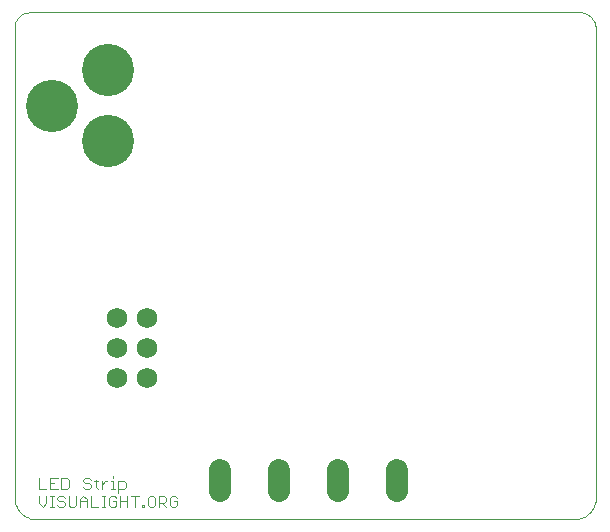
<source format=gbs>
G75*
G70*
%OFA0B0*%
%FSLAX24Y24*%
%IPPOS*%
%LPD*%
%AMOC8*
5,1,8,0,0,1.08239X$1,22.5*
%
%ADD10C,0.0000*%
%ADD11C,0.0030*%
%ADD12C,0.0680*%
%ADD13C,0.0745*%
%ADD14C,0.1740*%
D10*
X000963Y000480D02*
X018988Y000480D01*
X018988Y000481D02*
X019039Y000486D01*
X019089Y000495D01*
X019138Y000508D01*
X019187Y000524D01*
X019234Y000543D01*
X019279Y000566D01*
X019323Y000592D01*
X019365Y000621D01*
X019405Y000653D01*
X019442Y000687D01*
X019477Y000725D01*
X019509Y000764D01*
X019538Y000806D01*
X019564Y000850D01*
X019587Y000896D01*
X019607Y000943D01*
X019623Y000991D01*
X019635Y001040D01*
X019645Y001090D01*
X019650Y001141D01*
X019652Y001192D01*
X019650Y001243D01*
X019650Y016717D01*
X019656Y016764D01*
X019659Y016810D01*
X019658Y016857D01*
X019652Y016904D01*
X019643Y016950D01*
X019630Y016995D01*
X019614Y017039D01*
X019594Y017082D01*
X019570Y017122D01*
X019543Y017161D01*
X019513Y017197D01*
X019480Y017230D01*
X019445Y017261D01*
X019407Y017289D01*
X019367Y017313D01*
X019325Y017335D01*
X019282Y017352D01*
X019237Y017366D01*
X019191Y017376D01*
X000760Y017376D01*
X000718Y017374D01*
X000677Y017369D01*
X000636Y017360D01*
X000596Y017347D01*
X000557Y017331D01*
X000520Y017312D01*
X000485Y017289D01*
X000451Y017264D01*
X000421Y017235D01*
X000392Y017205D01*
X000367Y017171D01*
X000344Y017136D01*
X000325Y017099D01*
X000309Y017060D01*
X000296Y017020D01*
X000287Y016979D01*
X000282Y016938D01*
X000280Y016896D01*
X000280Y001263D01*
X000278Y001211D01*
X000280Y001158D01*
X000286Y001106D01*
X000295Y001054D01*
X000308Y001004D01*
X000325Y000954D01*
X000345Y000905D01*
X000369Y000859D01*
X000396Y000814D01*
X000426Y000771D01*
X000459Y000730D01*
X000495Y000692D01*
X000534Y000656D01*
X000574Y000623D01*
X000618Y000593D01*
X000663Y000567D01*
X000710Y000543D01*
X000758Y000524D01*
X000808Y000507D01*
X000859Y000494D01*
X000911Y000485D01*
X000963Y000480D01*
D11*
X001218Y000895D02*
X001342Y001018D01*
X001342Y001265D01*
X001463Y001265D02*
X001587Y001265D01*
X001525Y001265D02*
X001525Y000895D01*
X001463Y000895D02*
X001587Y000895D01*
X001709Y000957D02*
X001771Y000895D01*
X001894Y000895D01*
X001956Y000957D01*
X001956Y001018D01*
X001894Y001080D01*
X001771Y001080D01*
X001709Y001142D01*
X001709Y001204D01*
X001771Y001265D01*
X001894Y001265D01*
X001956Y001204D01*
X002077Y001265D02*
X002077Y000957D01*
X002139Y000895D01*
X002262Y000895D01*
X002324Y000957D01*
X002324Y001265D01*
X002445Y001142D02*
X002569Y001265D01*
X002692Y001142D01*
X002692Y000895D01*
X002814Y000895D02*
X003061Y000895D01*
X003182Y000895D02*
X003306Y000895D01*
X003244Y000895D02*
X003244Y001265D01*
X003182Y001265D02*
X003306Y001265D01*
X003428Y001204D02*
X003428Y000957D01*
X003489Y000895D01*
X003613Y000895D01*
X003675Y000957D01*
X003675Y001080D01*
X003551Y001080D01*
X003428Y001204D02*
X003489Y001265D01*
X003613Y001265D01*
X003675Y001204D01*
X003796Y001265D02*
X003796Y000895D01*
X003796Y001080D02*
X004043Y001080D01*
X004043Y001265D02*
X004043Y000895D01*
X004288Y000895D02*
X004288Y001265D01*
X004411Y001265D02*
X004164Y001265D01*
X003920Y001495D02*
X003735Y001495D01*
X003612Y001495D02*
X003489Y001495D01*
X003551Y001495D02*
X003551Y001742D01*
X003489Y001742D01*
X003367Y001742D02*
X003306Y001742D01*
X003182Y001618D01*
X003182Y001495D02*
X003182Y001742D01*
X003060Y001742D02*
X002937Y001742D01*
X002998Y001804D02*
X002998Y001557D01*
X003060Y001495D01*
X002815Y001557D02*
X002753Y001495D01*
X002630Y001495D01*
X002568Y001557D01*
X002630Y001680D02*
X002568Y001742D01*
X002568Y001804D01*
X002630Y001865D01*
X002753Y001865D01*
X002815Y001804D01*
X002753Y001680D02*
X002815Y001618D01*
X002815Y001557D01*
X002753Y001680D02*
X002630Y001680D01*
X002814Y001265D02*
X002814Y000895D01*
X002692Y001080D02*
X002445Y001080D01*
X002445Y001142D02*
X002445Y000895D01*
X002017Y001495D02*
X001832Y001495D01*
X001832Y001865D01*
X002017Y001865D01*
X002079Y001804D01*
X002079Y001557D01*
X002017Y001495D01*
X001710Y001495D02*
X001463Y001495D01*
X001463Y001865D01*
X001710Y001865D01*
X001587Y001680D02*
X001463Y001680D01*
X001342Y001495D02*
X001095Y001495D01*
X001095Y001865D01*
X001095Y001265D02*
X001095Y001018D01*
X001218Y000895D01*
X003551Y001865D02*
X003551Y001927D01*
X003735Y001742D02*
X003920Y001742D01*
X003981Y001680D01*
X003981Y001557D01*
X003920Y001495D01*
X003735Y001372D02*
X003735Y001742D01*
X004533Y000957D02*
X004594Y000957D01*
X004594Y000895D01*
X004533Y000895D01*
X004533Y000957D01*
X004717Y000957D02*
X004717Y001204D01*
X004778Y001265D01*
X004902Y001265D01*
X004964Y001204D01*
X004964Y000957D01*
X004902Y000895D01*
X004778Y000895D01*
X004717Y000957D01*
X005085Y001018D02*
X005270Y001018D01*
X005332Y001080D01*
X005332Y001204D01*
X005270Y001265D01*
X005085Y001265D01*
X005085Y000895D01*
X005209Y001018D02*
X005332Y000895D01*
X005453Y000957D02*
X005515Y000895D01*
X005639Y000895D01*
X005700Y000957D01*
X005700Y001080D01*
X005577Y001080D01*
X005700Y001204D02*
X005639Y001265D01*
X005515Y001265D01*
X005453Y001204D01*
X005453Y000957D01*
D12*
X004680Y005180D03*
X004680Y006180D03*
X004680Y007180D03*
X003680Y007180D03*
X003680Y006180D03*
X003680Y005180D03*
D13*
X007127Y002133D02*
X007127Y001428D01*
X009096Y001428D02*
X009096Y002133D01*
X011064Y002133D02*
X011064Y001428D01*
X013033Y001428D02*
X013033Y002133D01*
D14*
X003380Y013086D03*
X001530Y014267D03*
X003380Y015449D03*
M02*

</source>
